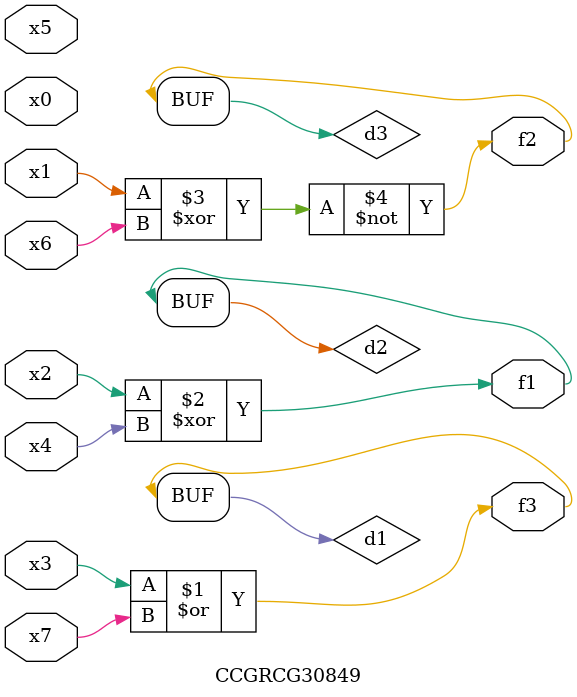
<source format=v>
module CCGRCG30849(
	input x0, x1, x2, x3, x4, x5, x6, x7,
	output f1, f2, f3
);

	wire d1, d2, d3;

	or (d1, x3, x7);
	xor (d2, x2, x4);
	xnor (d3, x1, x6);
	assign f1 = d2;
	assign f2 = d3;
	assign f3 = d1;
endmodule

</source>
